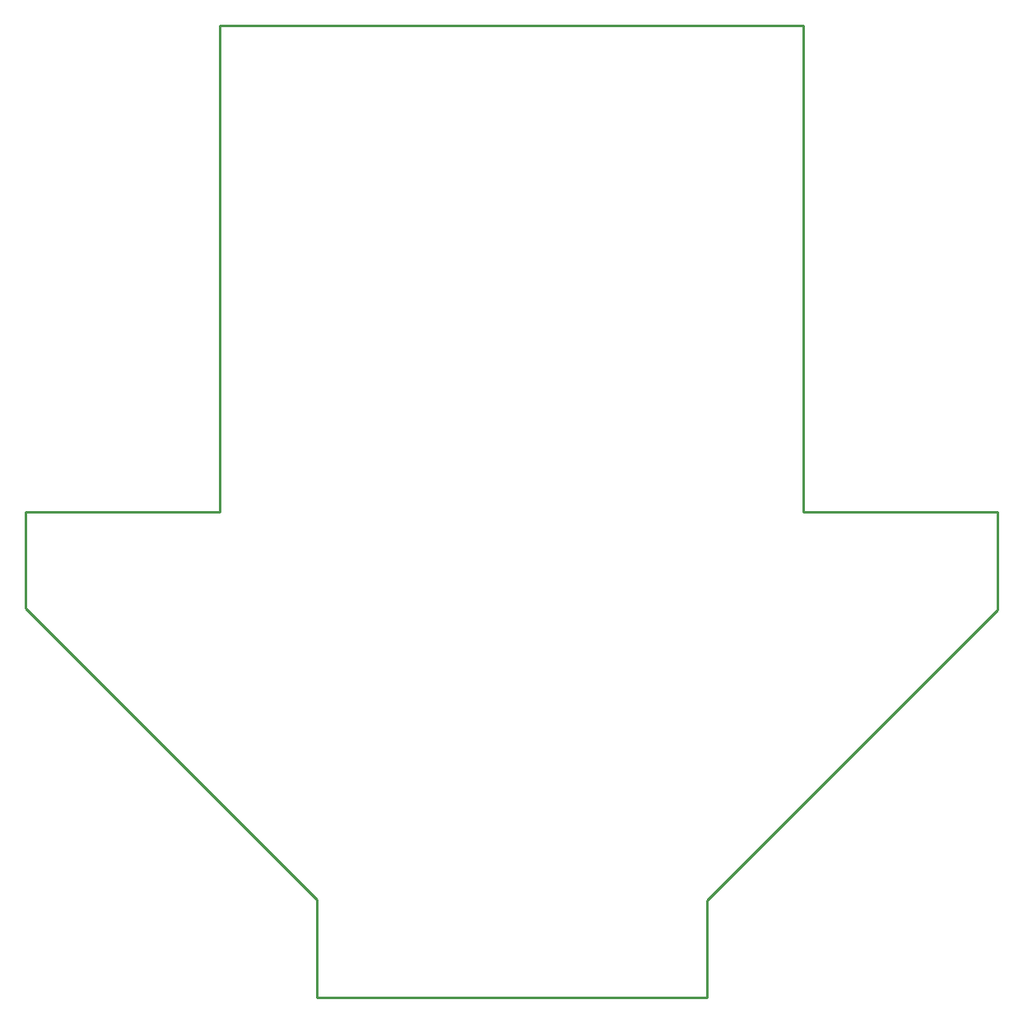
<source format=gko>
G04 Layer: BoardOutlineLayer*
G04 EasyEDA v6.5.48, 2025-03-25 09:41:14*
G04 1b9fd03e791046f9bebca906f8adb083,878c4c1e0da8487e804687d0af4422f9,10*
G04 Gerber Generator version 0.2*
G04 Scale: 100 percent, Rotated: No, Reflected: No *
G04 Dimensions in millimeters *
G04 leading zeros omitted , absolute positions ,4 integer and 5 decimal *
%FSLAX45Y45*%
%MOMM*%

%ADD10C,0.2540*%
D10*
X9999974Y3975122D02*
G01*
X7010377Y985525D01*
X7010377Y-12689D01*
X9999974Y4983502D02*
G01*
X8000989Y4983502D01*
X8000989Y9987302D01*
X1993889Y9982222D01*
X-10Y3987822D02*
G01*
X2997189Y990627D01*
X2997189Y-12689D01*
X-10Y3987822D02*
G01*
X-10Y4985280D01*
X2997189Y-12689D02*
G01*
X7010377Y-12689D01*
X-10Y4985280D02*
G01*
X1993889Y4985280D01*
X1993889Y9944376D01*
X1993889Y9982222D01*
X9999974Y3975122D02*
G01*
X9999974Y4983502D01*

%LPD*%
M02*

</source>
